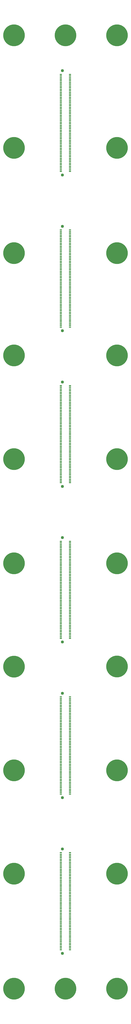
<source format=gbr>
%TF.GenerationSoftware,KiCad,Pcbnew,(5.1.9-0-10_14)*%
%TF.CreationDate,2021-06-03T10:56:34-04:00*%
%TF.ProjectId,backplane,6261636b-706c-4616-9e65-2e6b69636164,C*%
%TF.SameCoordinates,Original*%
%TF.FileFunction,Soldermask,Bot*%
%TF.FilePolarity,Negative*%
%FSLAX46Y46*%
G04 Gerber Fmt 4.6, Leading zero omitted, Abs format (unit mm)*
G04 Created by KiCad (PCBNEW (5.1.9-0-10_14)) date 2021-06-03 10:56:34*
%MOMM*%
%LPD*%
G01*
G04 APERTURE LIST*
%ADD10C,10.600000*%
%ADD11C,1.450000*%
%ADD12R,1.100000X0.500000*%
G04 APERTURE END LIST*
D10*
%TO.C,*%
X162750000Y-451000000D03*
%TD*%
%TO.C,*%
X162750000Y-400750000D03*
%TD*%
%TO.C,*%
X112250000Y-350250000D03*
%TD*%
%TO.C,*%
X162750000Y-300000000D03*
%TD*%
%TO.C,*%
X112250000Y-300000000D03*
%TD*%
%TO.C,*%
X112250000Y-249250000D03*
%TD*%
%TO.C,*%
X162750000Y-149000000D03*
%TD*%
%TO.C,*%
X112250000Y-149000000D03*
%TD*%
%TO.C,*%
X162750000Y-249250000D03*
%TD*%
%TO.C,*%
X162720000Y-350160000D03*
%TD*%
%TO.C,*%
X112250000Y-451000000D03*
%TD*%
%TO.C,*%
X112250000Y-400750000D03*
%TD*%
%TO.C,*%
X162750000Y-198750000D03*
%TD*%
%TO.C,*%
X112250000Y-198750000D03*
%TD*%
%TO.C,*%
X162750000Y-97750000D03*
%TD*%
%TO.C,*%
X112250000Y-97750000D03*
%TD*%
%TO.C,*%
X137500000Y-507000000D03*
%TD*%
%TO.C,*%
X137500000Y-43000000D03*
%TD*%
%TO.C,*%
X112250000Y-507000000D03*
%TD*%
%TO.C,*%
X162750000Y-507000000D03*
%TD*%
%TO.C,*%
X162750000Y-43000000D03*
%TD*%
%TO.C,*%
X112250000Y-43000000D03*
%TD*%
D11*
%TO.C,J402*%
X136000000Y-262525000D03*
X136000000Y-211725000D03*
D12*
X135250000Y-260725000D03*
X139750000Y-260725000D03*
X135250000Y-259925000D03*
X139750000Y-259925000D03*
X135250000Y-259125000D03*
X139750000Y-259125000D03*
X135250000Y-258325000D03*
X139750000Y-258325000D03*
X135250000Y-257525000D03*
X139750000Y-257525000D03*
X135250000Y-256725000D03*
X139750000Y-256725000D03*
X135250000Y-255925000D03*
X139750000Y-255925000D03*
X135250000Y-255125000D03*
X139750000Y-255125000D03*
X135250000Y-254325000D03*
X139750000Y-254325000D03*
X135250000Y-253525000D03*
X139750000Y-253525000D03*
X135250000Y-252725000D03*
X139750000Y-252725000D03*
X135250000Y-251925000D03*
X139750000Y-251925000D03*
X135250000Y-251125000D03*
X139750000Y-251125000D03*
X135250000Y-250325000D03*
X139750000Y-250325000D03*
X135250000Y-249525000D03*
X139750000Y-249525000D03*
X135250000Y-248725000D03*
X139750000Y-248725000D03*
X135250000Y-247925000D03*
X139750000Y-247925000D03*
X135250000Y-247125000D03*
X139750000Y-247125000D03*
X135250000Y-246325000D03*
X139750000Y-246325000D03*
X135250000Y-245525000D03*
X139750000Y-245525000D03*
X135250000Y-244725000D03*
X139750000Y-244725000D03*
X135250000Y-243925000D03*
X139750000Y-243925000D03*
X135250000Y-243125000D03*
X139750000Y-243125000D03*
X135250000Y-242325000D03*
X139750000Y-242325000D03*
X135250000Y-241525000D03*
X139750000Y-241525000D03*
X135250000Y-240725000D03*
X139750000Y-240725000D03*
X135250000Y-239925000D03*
X139750000Y-239925000D03*
X135250000Y-239125000D03*
X139750000Y-239125000D03*
X135250000Y-238325000D03*
X139750000Y-238325000D03*
X135250000Y-237525000D03*
X139750000Y-237525000D03*
X135250000Y-236725000D03*
X139750000Y-236725000D03*
X135250000Y-235925000D03*
X139750000Y-235925000D03*
X135250000Y-235125000D03*
X139750000Y-235125000D03*
X135250000Y-234325000D03*
X139750000Y-234325000D03*
X135250000Y-233525000D03*
X139750000Y-233525000D03*
X135250000Y-232725000D03*
X139750000Y-232725000D03*
X135250000Y-231925000D03*
X139750000Y-231925000D03*
X135250000Y-231125000D03*
X139750000Y-231125000D03*
X135250000Y-230325000D03*
X139750000Y-230325000D03*
X135250000Y-229525000D03*
X139750000Y-229525000D03*
X135250000Y-228725000D03*
X139750000Y-228725000D03*
X135250000Y-227925000D03*
X139750000Y-227925000D03*
X135250000Y-227125000D03*
X139750000Y-227125000D03*
X135250000Y-226325000D03*
X139750000Y-226325000D03*
X135250000Y-225525000D03*
X139750000Y-225525000D03*
X135250000Y-224725000D03*
X139750000Y-224725000D03*
X135250000Y-223925000D03*
X139750000Y-223925000D03*
X135250000Y-223125000D03*
X139750000Y-223125000D03*
X135250000Y-222325000D03*
X139750000Y-222325000D03*
X135250000Y-221525000D03*
X139750000Y-221525000D03*
X135250000Y-220725000D03*
X139750000Y-220725000D03*
X135250000Y-219925000D03*
X139750000Y-219925000D03*
X135250000Y-219125000D03*
X139750000Y-219125000D03*
X135250000Y-218325000D03*
X139750000Y-218325000D03*
X135250000Y-217525000D03*
X139750000Y-217525000D03*
X135250000Y-216725000D03*
X139750000Y-216725000D03*
X135250000Y-215925000D03*
X139750000Y-215925000D03*
X135250000Y-215125000D03*
X139750000Y-215125000D03*
X135250000Y-214325000D03*
X139750000Y-214325000D03*
X135250000Y-213525000D03*
X139750000Y-213525000D03*
%TD*%
D11*
%TO.C,J302*%
X136000000Y-186775000D03*
X136000000Y-135975000D03*
D12*
X135250000Y-184975000D03*
X139750000Y-184975000D03*
X135250000Y-184175000D03*
X139750000Y-184175000D03*
X135250000Y-183375000D03*
X139750000Y-183375000D03*
X135250000Y-182575000D03*
X139750000Y-182575000D03*
X135250000Y-181775000D03*
X139750000Y-181775000D03*
X135250000Y-180975000D03*
X139750000Y-180975000D03*
X135250000Y-180175000D03*
X139750000Y-180175000D03*
X135250000Y-179375000D03*
X139750000Y-179375000D03*
X135250000Y-178575000D03*
X139750000Y-178575000D03*
X135250000Y-177775000D03*
X139750000Y-177775000D03*
X135250000Y-176975000D03*
X139750000Y-176975000D03*
X135250000Y-176175000D03*
X139750000Y-176175000D03*
X135250000Y-175375000D03*
X139750000Y-175375000D03*
X135250000Y-174575000D03*
X139750000Y-174575000D03*
X135250000Y-173775000D03*
X139750000Y-173775000D03*
X135250000Y-172975000D03*
X139750000Y-172975000D03*
X135250000Y-172175000D03*
X139750000Y-172175000D03*
X135250000Y-171375000D03*
X139750000Y-171375000D03*
X135250000Y-170575000D03*
X139750000Y-170575000D03*
X135250000Y-169775000D03*
X139750000Y-169775000D03*
X135250000Y-168975000D03*
X139750000Y-168975000D03*
X135250000Y-168175000D03*
X139750000Y-168175000D03*
X135250000Y-167375000D03*
X139750000Y-167375000D03*
X135250000Y-166575000D03*
X139750000Y-166575000D03*
X135250000Y-165775000D03*
X139750000Y-165775000D03*
X135250000Y-164975000D03*
X139750000Y-164975000D03*
X135250000Y-164175000D03*
X139750000Y-164175000D03*
X135250000Y-163375000D03*
X139750000Y-163375000D03*
X135250000Y-162575000D03*
X139750000Y-162575000D03*
X135250000Y-161775000D03*
X139750000Y-161775000D03*
X135250000Y-160975000D03*
X139750000Y-160975000D03*
X135250000Y-160175000D03*
X139750000Y-160175000D03*
X135250000Y-159375000D03*
X139750000Y-159375000D03*
X135250000Y-158575000D03*
X139750000Y-158575000D03*
X135250000Y-157775000D03*
X139750000Y-157775000D03*
X135250000Y-156975000D03*
X139750000Y-156975000D03*
X135250000Y-156175000D03*
X139750000Y-156175000D03*
X135250000Y-155375000D03*
X139750000Y-155375000D03*
X135250000Y-154575000D03*
X139750000Y-154575000D03*
X135250000Y-153775000D03*
X139750000Y-153775000D03*
X135250000Y-152975000D03*
X139750000Y-152975000D03*
X135250000Y-152175000D03*
X139750000Y-152175000D03*
X135250000Y-151375000D03*
X139750000Y-151375000D03*
X135250000Y-150575000D03*
X139750000Y-150575000D03*
X135250000Y-149775000D03*
X139750000Y-149775000D03*
X135250000Y-148975000D03*
X139750000Y-148975000D03*
X135250000Y-148175000D03*
X139750000Y-148175000D03*
X135250000Y-147375000D03*
X139750000Y-147375000D03*
X135250000Y-146575000D03*
X139750000Y-146575000D03*
X135250000Y-145775000D03*
X139750000Y-145775000D03*
X135250000Y-144975000D03*
X139750000Y-144975000D03*
X135250000Y-144175000D03*
X139750000Y-144175000D03*
X135250000Y-143375000D03*
X139750000Y-143375000D03*
X135250000Y-142575000D03*
X139750000Y-142575000D03*
X135250000Y-141775000D03*
X139750000Y-141775000D03*
X135250000Y-140975000D03*
X139750000Y-140975000D03*
X135250000Y-140175000D03*
X139750000Y-140175000D03*
X135250000Y-139375000D03*
X139750000Y-139375000D03*
X135250000Y-138575000D03*
X139750000Y-138575000D03*
X135250000Y-137775000D03*
X139750000Y-137775000D03*
%TD*%
D11*
%TO.C,J102*%
X136000000Y-111025000D03*
X136000000Y-60225000D03*
D12*
X135250000Y-109225000D03*
X139750000Y-109225000D03*
X135250000Y-108425000D03*
X139750000Y-108425000D03*
X135250000Y-107625000D03*
X139750000Y-107625000D03*
X135250000Y-106825000D03*
X139750000Y-106825000D03*
X135250000Y-106025000D03*
X139750000Y-106025000D03*
X135250000Y-105225000D03*
X139750000Y-105225000D03*
X135250000Y-104425000D03*
X139750000Y-104425000D03*
X135250000Y-103625000D03*
X139750000Y-103625000D03*
X135250000Y-102825000D03*
X139750000Y-102825000D03*
X135250000Y-102025000D03*
X139750000Y-102025000D03*
X135250000Y-101225000D03*
X139750000Y-101225000D03*
X135250000Y-100425000D03*
X139750000Y-100425000D03*
X135250000Y-99625000D03*
X139750000Y-99625000D03*
X135250000Y-98825000D03*
X139750000Y-98825000D03*
X135250000Y-98025000D03*
X139750000Y-98025000D03*
X135250000Y-97225000D03*
X139750000Y-97225000D03*
X135250000Y-96425000D03*
X139750000Y-96425000D03*
X135250000Y-95625000D03*
X139750000Y-95625000D03*
X135250000Y-94825000D03*
X139750000Y-94825000D03*
X135250000Y-94025000D03*
X139750000Y-94025000D03*
X135250000Y-93225000D03*
X139750000Y-93225000D03*
X135250000Y-92425000D03*
X139750000Y-92425000D03*
X135250000Y-91625000D03*
X139750000Y-91625000D03*
X135250000Y-90825000D03*
X139750000Y-90825000D03*
X135250000Y-90025000D03*
X139750000Y-90025000D03*
X135250000Y-89225000D03*
X139750000Y-89225000D03*
X135250000Y-88425000D03*
X139750000Y-88425000D03*
X135250000Y-87625000D03*
X139750000Y-87625000D03*
X135250000Y-86825000D03*
X139750000Y-86825000D03*
X135250000Y-86025000D03*
X139750000Y-86025000D03*
X135250000Y-85225000D03*
X139750000Y-85225000D03*
X135250000Y-84425000D03*
X139750000Y-84425000D03*
X135250000Y-83625000D03*
X139750000Y-83625000D03*
X135250000Y-82825000D03*
X139750000Y-82825000D03*
X135250000Y-82025000D03*
X139750000Y-82025000D03*
X135250000Y-81225000D03*
X139750000Y-81225000D03*
X135250000Y-80425000D03*
X139750000Y-80425000D03*
X135250000Y-79625000D03*
X139750000Y-79625000D03*
X135250000Y-78825000D03*
X139750000Y-78825000D03*
X135250000Y-78025000D03*
X139750000Y-78025000D03*
X135250000Y-77225000D03*
X139750000Y-77225000D03*
X135250000Y-76425000D03*
X139750000Y-76425000D03*
X135250000Y-75625000D03*
X139750000Y-75625000D03*
X135250000Y-74825000D03*
X139750000Y-74825000D03*
X135250000Y-74025000D03*
X139750000Y-74025000D03*
X135250000Y-73225000D03*
X139750000Y-73225000D03*
X135250000Y-72425000D03*
X139750000Y-72425000D03*
X135250000Y-71625000D03*
X139750000Y-71625000D03*
X135250000Y-70825000D03*
X139750000Y-70825000D03*
X135250000Y-70025000D03*
X139750000Y-70025000D03*
X135250000Y-69225000D03*
X139750000Y-69225000D03*
X135250000Y-68425000D03*
X139750000Y-68425000D03*
X135250000Y-67625000D03*
X139750000Y-67625000D03*
X135250000Y-66825000D03*
X139750000Y-66825000D03*
X135250000Y-66025000D03*
X139750000Y-66025000D03*
X135250000Y-65225000D03*
X139750000Y-65225000D03*
X135250000Y-64425000D03*
X139750000Y-64425000D03*
X135250000Y-63625000D03*
X139750000Y-63625000D03*
X135250000Y-62825000D03*
X139750000Y-62825000D03*
X135250000Y-62025000D03*
X139750000Y-62025000D03*
%TD*%
%TO.C,J602*%
X139750000Y-289275000D03*
X135250000Y-289275000D03*
X139750000Y-290075000D03*
X135250000Y-290075000D03*
X139750000Y-290875000D03*
X135250000Y-290875000D03*
X139750000Y-291675000D03*
X135250000Y-291675000D03*
X139750000Y-292475000D03*
X135250000Y-292475000D03*
X139750000Y-293275000D03*
X135250000Y-293275000D03*
X139750000Y-294075000D03*
X135250000Y-294075000D03*
X139750000Y-294875000D03*
X135250000Y-294875000D03*
X139750000Y-295675000D03*
X135250000Y-295675000D03*
X139750000Y-296475000D03*
X135250000Y-296475000D03*
X139750000Y-297275000D03*
X135250000Y-297275000D03*
X139750000Y-298075000D03*
X135250000Y-298075000D03*
X139750000Y-298875000D03*
X135250000Y-298875000D03*
X139750000Y-299675000D03*
X135250000Y-299675000D03*
X139750000Y-300475000D03*
X135250000Y-300475000D03*
X139750000Y-301275000D03*
X135250000Y-301275000D03*
X139750000Y-302075000D03*
X135250000Y-302075000D03*
X139750000Y-302875000D03*
X135250000Y-302875000D03*
X139750000Y-303675000D03*
X135250000Y-303675000D03*
X139750000Y-304475000D03*
X135250000Y-304475000D03*
X139750000Y-305275000D03*
X135250000Y-305275000D03*
X139750000Y-306075000D03*
X135250000Y-306075000D03*
X139750000Y-306875000D03*
X135250000Y-306875000D03*
X139750000Y-307675000D03*
X135250000Y-307675000D03*
X139750000Y-308475000D03*
X135250000Y-308475000D03*
X139750000Y-309275000D03*
X135250000Y-309275000D03*
X139750000Y-310075000D03*
X135250000Y-310075000D03*
X139750000Y-310875000D03*
X135250000Y-310875000D03*
X139750000Y-311675000D03*
X135250000Y-311675000D03*
X139750000Y-312475000D03*
X135250000Y-312475000D03*
X139750000Y-313275000D03*
X135250000Y-313275000D03*
X139750000Y-314075000D03*
X135250000Y-314075000D03*
X139750000Y-314875000D03*
X135250000Y-314875000D03*
X139750000Y-315675000D03*
X135250000Y-315675000D03*
X139750000Y-316475000D03*
X135250000Y-316475000D03*
X139750000Y-317275000D03*
X135250000Y-317275000D03*
X139750000Y-318075000D03*
X135250000Y-318075000D03*
X139750000Y-318875000D03*
X135250000Y-318875000D03*
X139750000Y-319675000D03*
X135250000Y-319675000D03*
X139750000Y-320475000D03*
X135250000Y-320475000D03*
X139750000Y-321275000D03*
X135250000Y-321275000D03*
X139750000Y-322075000D03*
X135250000Y-322075000D03*
X139750000Y-322875000D03*
X135250000Y-322875000D03*
X139750000Y-323675000D03*
X135250000Y-323675000D03*
X139750000Y-324475000D03*
X135250000Y-324475000D03*
X139750000Y-325275000D03*
X135250000Y-325275000D03*
X139750000Y-326075000D03*
X135250000Y-326075000D03*
X139750000Y-326875000D03*
X135250000Y-326875000D03*
X139750000Y-327675000D03*
X135250000Y-327675000D03*
X139750000Y-328475000D03*
X135250000Y-328475000D03*
X139750000Y-329275000D03*
X135250000Y-329275000D03*
X139750000Y-330075000D03*
X135250000Y-330075000D03*
X139750000Y-330875000D03*
X135250000Y-330875000D03*
X139750000Y-331675000D03*
X135250000Y-331675000D03*
X139750000Y-332475000D03*
X135250000Y-332475000D03*
X139750000Y-333275000D03*
X135250000Y-333275000D03*
X139750000Y-334075000D03*
X135250000Y-334075000D03*
X139750000Y-334875000D03*
X135250000Y-334875000D03*
X139750000Y-335675000D03*
X135250000Y-335675000D03*
X139750000Y-336475000D03*
X135250000Y-336475000D03*
D11*
X136000000Y-287475000D03*
X136000000Y-338275000D03*
%TD*%
%TO.C,J702*%
X136000000Y-414025000D03*
X136000000Y-363225000D03*
D12*
X135250000Y-412225000D03*
X139750000Y-412225000D03*
X135250000Y-411425000D03*
X139750000Y-411425000D03*
X135250000Y-410625000D03*
X139750000Y-410625000D03*
X135250000Y-409825000D03*
X139750000Y-409825000D03*
X135250000Y-409025000D03*
X139750000Y-409025000D03*
X135250000Y-408225000D03*
X139750000Y-408225000D03*
X135250000Y-407425000D03*
X139750000Y-407425000D03*
X135250000Y-406625000D03*
X139750000Y-406625000D03*
X135250000Y-405825000D03*
X139750000Y-405825000D03*
X135250000Y-405025000D03*
X139750000Y-405025000D03*
X135250000Y-404225000D03*
X139750000Y-404225000D03*
X135250000Y-403425000D03*
X139750000Y-403425000D03*
X135250000Y-402625000D03*
X139750000Y-402625000D03*
X135250000Y-401825000D03*
X139750000Y-401825000D03*
X135250000Y-401025000D03*
X139750000Y-401025000D03*
X135250000Y-400225000D03*
X139750000Y-400225000D03*
X135250000Y-399425000D03*
X139750000Y-399425000D03*
X135250000Y-398625000D03*
X139750000Y-398625000D03*
X135250000Y-397825000D03*
X139750000Y-397825000D03*
X135250000Y-397025000D03*
X139750000Y-397025000D03*
X135250000Y-396225000D03*
X139750000Y-396225000D03*
X135250000Y-395425000D03*
X139750000Y-395425000D03*
X135250000Y-394625000D03*
X139750000Y-394625000D03*
X135250000Y-393825000D03*
X139750000Y-393825000D03*
X135250000Y-393025000D03*
X139750000Y-393025000D03*
X135250000Y-392225000D03*
X139750000Y-392225000D03*
X135250000Y-391425000D03*
X139750000Y-391425000D03*
X135250000Y-390625000D03*
X139750000Y-390625000D03*
X135250000Y-389825000D03*
X139750000Y-389825000D03*
X135250000Y-389025000D03*
X139750000Y-389025000D03*
X135250000Y-388225000D03*
X139750000Y-388225000D03*
X135250000Y-387425000D03*
X139750000Y-387425000D03*
X135250000Y-386625000D03*
X139750000Y-386625000D03*
X135250000Y-385825000D03*
X139750000Y-385825000D03*
X135250000Y-385025000D03*
X139750000Y-385025000D03*
X135250000Y-384225000D03*
X139750000Y-384225000D03*
X135250000Y-383425000D03*
X139750000Y-383425000D03*
X135250000Y-382625000D03*
X139750000Y-382625000D03*
X135250000Y-381825000D03*
X139750000Y-381825000D03*
X135250000Y-381025000D03*
X139750000Y-381025000D03*
X135250000Y-380225000D03*
X139750000Y-380225000D03*
X135250000Y-379425000D03*
X139750000Y-379425000D03*
X135250000Y-378625000D03*
X139750000Y-378625000D03*
X135250000Y-377825000D03*
X139750000Y-377825000D03*
X135250000Y-377025000D03*
X139750000Y-377025000D03*
X135250000Y-376225000D03*
X139750000Y-376225000D03*
X135250000Y-375425000D03*
X139750000Y-375425000D03*
X135250000Y-374625000D03*
X139750000Y-374625000D03*
X135250000Y-373825000D03*
X139750000Y-373825000D03*
X135250000Y-373025000D03*
X139750000Y-373025000D03*
X135250000Y-372225000D03*
X139750000Y-372225000D03*
X135250000Y-371425000D03*
X139750000Y-371425000D03*
X135250000Y-370625000D03*
X139750000Y-370625000D03*
X135250000Y-369825000D03*
X139750000Y-369825000D03*
X135250000Y-369025000D03*
X139750000Y-369025000D03*
X135250000Y-368225000D03*
X139750000Y-368225000D03*
X135250000Y-367425000D03*
X139750000Y-367425000D03*
X135250000Y-366625000D03*
X139750000Y-366625000D03*
X135250000Y-365825000D03*
X139750000Y-365825000D03*
X135250000Y-365025000D03*
X139750000Y-365025000D03*
%TD*%
%TO.C,J902*%
X139750000Y-440775000D03*
X135250000Y-440775000D03*
X139750000Y-441575000D03*
X135250000Y-441575000D03*
X139750000Y-442375000D03*
X135250000Y-442375000D03*
X139750000Y-443175000D03*
X135250000Y-443175000D03*
X139750000Y-443975000D03*
X135250000Y-443975000D03*
X139750000Y-444775000D03*
X135250000Y-444775000D03*
X139750000Y-445575000D03*
X135250000Y-445575000D03*
X139750000Y-446375000D03*
X135250000Y-446375000D03*
X139750000Y-447175000D03*
X135250000Y-447175000D03*
X139750000Y-447975000D03*
X135250000Y-447975000D03*
X139750000Y-448775000D03*
X135250000Y-448775000D03*
X139750000Y-449575000D03*
X135250000Y-449575000D03*
X139750000Y-450375000D03*
X135250000Y-450375000D03*
X139750000Y-451175000D03*
X135250000Y-451175000D03*
X139750000Y-451975000D03*
X135250000Y-451975000D03*
X139750000Y-452775000D03*
X135250000Y-452775000D03*
X139750000Y-453575000D03*
X135250000Y-453575000D03*
X139750000Y-454375000D03*
X135250000Y-454375000D03*
X139750000Y-455175000D03*
X135250000Y-455175000D03*
X139750000Y-455975000D03*
X135250000Y-455975000D03*
X139750000Y-456775000D03*
X135250000Y-456775000D03*
X139750000Y-457575000D03*
X135250000Y-457575000D03*
X139750000Y-458375000D03*
X135250000Y-458375000D03*
X139750000Y-459175000D03*
X135250000Y-459175000D03*
X139750000Y-459975000D03*
X135250000Y-459975000D03*
X139750000Y-460775000D03*
X135250000Y-460775000D03*
X139750000Y-461575000D03*
X135250000Y-461575000D03*
X139750000Y-462375000D03*
X135250000Y-462375000D03*
X139750000Y-463175000D03*
X135250000Y-463175000D03*
X139750000Y-463975000D03*
X135250000Y-463975000D03*
X139750000Y-464775000D03*
X135250000Y-464775000D03*
X139750000Y-465575000D03*
X135250000Y-465575000D03*
X139750000Y-466375000D03*
X135250000Y-466375000D03*
X139750000Y-467175000D03*
X135250000Y-467175000D03*
X139750000Y-467975000D03*
X135250000Y-467975000D03*
X139750000Y-468775000D03*
X135250000Y-468775000D03*
X139750000Y-469575000D03*
X135250000Y-469575000D03*
X139750000Y-470375000D03*
X135250000Y-470375000D03*
X139750000Y-471175000D03*
X135250000Y-471175000D03*
X139750000Y-471975000D03*
X135250000Y-471975000D03*
X139750000Y-472775000D03*
X135250000Y-472775000D03*
X139750000Y-473575000D03*
X135250000Y-473575000D03*
X139750000Y-474375000D03*
X135250000Y-474375000D03*
X139750000Y-475175000D03*
X135250000Y-475175000D03*
X139750000Y-475975000D03*
X135250000Y-475975000D03*
X139750000Y-476775000D03*
X135250000Y-476775000D03*
X139750000Y-477575000D03*
X135250000Y-477575000D03*
X139750000Y-478375000D03*
X135250000Y-478375000D03*
X139750000Y-479175000D03*
X135250000Y-479175000D03*
X139750000Y-479975000D03*
X135250000Y-479975000D03*
X139750000Y-480775000D03*
X135250000Y-480775000D03*
X139750000Y-481575000D03*
X135250000Y-481575000D03*
X139750000Y-482375000D03*
X135250000Y-482375000D03*
X139750000Y-483175000D03*
X135250000Y-483175000D03*
X139750000Y-483975000D03*
X135250000Y-483975000D03*
X139750000Y-484775000D03*
X135250000Y-484775000D03*
X139750000Y-485575000D03*
X135250000Y-485575000D03*
X139750000Y-486375000D03*
X135250000Y-486375000D03*
X139750000Y-487175000D03*
X135250000Y-487175000D03*
X139750000Y-487975000D03*
X135250000Y-487975000D03*
D11*
X136000000Y-438975000D03*
X136000000Y-489775000D03*
%TD*%
M02*

</source>
